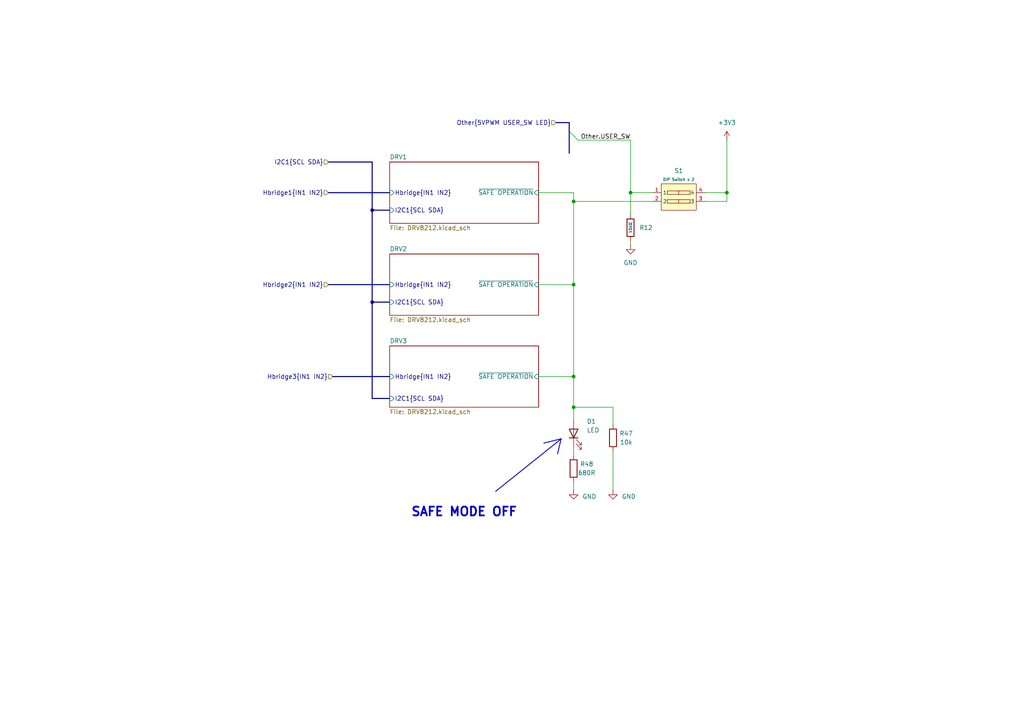
<source format=kicad_sch>
(kicad_sch (version 20231120) (generator "eeschema") (generator_version "8.0")
  (paper "A4")
  (title_block (title "Power section") (date "2025-02-04") (rev "A") (company "Artem Horiunov") (comment 1 "DESIGNED IN POLAND"))
  (lib_symbols
    (symbol "Device:LED" (pin_numbers hide) (pin_names (offset 1.016) hide)
      (property "Reference" "D" (at 0 2.54 0))
      (property "Value" "LED" (at 0 -2.54 0))
      (symbol "LED_0_1"
        (polyline (pts (xy -1.27 -1.27) (xy -1.27 1.27)) (stroke (width 0.254)))
        (polyline (pts (xy -1.27 0) (xy 1.27 0)))
        (polyline (pts (xy 1.27 -1.27) (xy 1.27 1.27) (xy -1.27 0) (xy 1.27 -1.27)) (stroke (width 0.254)))
        (polyline (pts (xy -3.048 -0.762) (xy -4.572 -2.286) (xy -3.81 -2.286) (xy -4.572 -2.286) (xy -4.572 -1.524)))
        (polyline (pts (xy -1.778 -0.762) (xy -3.302 -2.286) (xy -2.54 -2.286) (xy -3.302 -2.286) (xy -3.302 -1.524)))
      )
      (symbol "LED_1_1"
        (pin passive line (at -3.81 0 0) (length 2.54) (name "K") (number "1"))
        (pin passive line (at 3.81 0 180) (length 2.54) (name "A") (number "2"))
      )
    )
    (symbol "Device:R" (pin_numbers hide) (pin_names (offset 0))
      (property "Reference" "R" (at 2.032 0 90))
      (property "Value" "R" (at 0 0 90))
      (symbol "R_0_1"
        (rectangle (start -1.016 -2.54) (end 1.016 2.54) (stroke (width 0.254)))
      )
      (symbol "R_1_1"
        (pin passive line (at 0 3.81 270) (length 1.27) (name "~") (number "1"))
        (pin passive line (at 0 -3.81 90) (length 1.27) (name "~") (number "2"))
      )
    )
    (symbol "PCM_JLCPCB-Connectors_Buttons:DIP Switch x 2"
      (property "Reference" "S" (at 0 1.27 0))
      (property "Value" "DIP Switch x 2" (at 0 -3.81 0))
      (symbol "DIP Switch x 2_0_1"
        (rectangle (start -5.08 5.08) (end 5.08 -2.54) (fill (type background)))
        (polyline (pts (xy -3.302 -0.508) (xy -3.302 0.508)))
        (polyline (pts (xy -3.302 0.508) (xy 3.302 0.508)))
        (polyline (pts (xy -3.302 2.032) (xy -3.302 3.048)))
        (polyline (pts (xy -3.302 3.048) (xy 3.302 3.048)))
        (polyline (pts (xy 0 0.508) (xy 0 -0.508)))
        (polyline (pts (xy 0 3.048) (xy 0 2.032)))
        (polyline (pts (xy 3.302 -0.508) (xy -3.302 -0.508)))
        (polyline (pts (xy 3.302 0.508) (xy 3.302 -0.508)))
        (polyline (pts (xy 3.302 2.032) (xy -3.302 2.032)))
        (polyline (pts (xy 3.302 3.048) (xy 3.302 2.032)))
        (pin input line (at -7.62 2.54 0) (length 2.54) (name "1") (number "1"))
        (pin input line (at -7.62 0 0) (length 2.54) (name "2") (number "2"))
        (pin input line (at 7.62 0 180) (length 2.54) (name "3") (number "3"))
        (pin input line (at 7.62 2.54 180) (length 2.54) (name "4") (number "4"))
      )
    )
    (symbol "PCM_JLCPCB-Resistors:0402,10kΩ" (pin_numbers hide) (pin_names (offset 0))
      (property "Reference" "R" (at 1.778 0 0))
      (property "Value" "10kΩ" (at 0 0 90))
      (symbol "0402,10kΩ_0_1"
        (rectangle (start -1.016 2.54) (end 1.016 -2.54) (stroke (width 0.254)))
      )
      (symbol "0402,10kΩ_1_1"
        (pin passive line (at 0 3.81 270) (length 1.27) (name "~") (number "1"))
        (pin passive line (at 0 -3.81 90) (length 1.27) (name "~") (number "2"))
      )
    )
    (symbol "power:+3V3" (power) (pin_numbers hide) (pin_names (offset 0) hide)
      (property "Value" "+3V3" (at 0 3.556 0))
      (symbol "+3V3_0_1"
        (polyline (pts (xy -0.762 1.27) (xy 0 2.54)))
        (polyline (pts (xy 0 0) (xy 0 2.54)))
        (polyline (pts (xy 0 2.54) (xy 0.762 1.27)))
      )
      (symbol "+3V3_1_1"
        (pin power_in line (at 0 0 90) (length 0) (name "~") (number "1"))
      )
    )
    (symbol "power:GND" (power) (pin_numbers hide) (pin_names (offset 0) hide)
      (property "Value" "GND" (at 0 -3.81 0))
      (symbol "GND_0_1"
        (polyline (pts (xy 0 0) (xy 0 -1.27) (xy 1.27 -1.27) (xy 0 -2.54) (xy -1.27 -1.27) (xy 0 -1.27)))
      )
      (symbol "GND_1_1"
        (pin power_in line (at 0 0 270) (length 0) (name "~") (number "1"))
      )
    )
  )
  (junction (at 166.37 82.55))
  (junction (at 182.88 55.88))
  (junction (at 166.37 118.11))
  (junction (at 210.82 55.88))
  (junction (at 107.95 87.63))
  (junction (at 166.37 109.22))
  (junction (at 107.95 60.96))
  (junction (at 166.37 58.42))
  (bus_entry (at 165.1 38.1) (size 2.54 2.54))
  (wire (pts (xy 166.37 139.7) (xy 166.37 142.24)))
  (wire (pts (xy 210.82 55.88) (xy 210.82 58.42)))
  (wire (pts (xy 156.21 109.22) (xy 166.37 109.22)))
  (polyline (pts (xy 162.7539 127.2722) (xy 161.7086 131.6434)) (stroke (width 0.254)))
  (wire (pts (xy 204.47 58.42) (xy 210.82 58.42)))
  (wire (pts (xy 166.37 58.42) (xy 166.37 82.55)))
  (wire (pts (xy 182.88 40.64) (xy 167.64 40.64)))
  (wire (pts (xy 204.47 55.88) (xy 210.82 55.88)))
  (wire (pts (xy 182.88 62.23) (xy 182.88 55.88)))
  (polyline (pts (xy 143.764 142.494) (xy 162.814 127.254)) (stroke (width 0.254)))
  (wire (pts (xy 182.88 69.85) (xy 182.88 71.12)))
  (wire (pts (xy 166.37 109.22) (xy 166.37 118.11)))
  (wire (pts (xy 166.37 118.11) (xy 166.37 121.92)))
  (wire (pts (xy 166.37 82.55) (xy 156.21 82.55)))
  (bus (pts (xy 95.25 46.99) (xy 107.95 46.99)))
  (bus (pts (xy 95.25 55.88) (xy 113.03 55.88)))
  (polyline (pts (xy 157.734 128.524) (xy 162.814 127.254)) (stroke (width 0.254)))
  (wire (pts (xy 166.37 55.88) (xy 156.21 55.88)))
  (wire (pts (xy 177.8 130.81) (xy 177.8 142.24)))
  (wire (pts (xy 189.23 58.42) (xy 166.37 58.42)))
  (bus (pts (xy 107.95 60.96) (xy 107.95 87.63)))
  (bus (pts (xy 161.29 35.56) (xy 165.1 35.56)))
  (bus (pts (xy 165.1 35.56) (xy 165.1 38.1)))
  (wire (pts (xy 166.37 109.22) (xy 166.37 82.55)))
  (wire (pts (xy 182.88 55.88) (xy 189.23 55.88)))
  (bus (pts (xy 107.95 87.63) (xy 107.95 115.57)))
  (wire (pts (xy 182.88 55.88) (xy 182.88 40.64)))
  (bus (pts (xy 107.95 115.57) (xy 113.03 115.57)))
  (bus (pts (xy 107.95 87.63) (xy 113.03 87.63)))
  (bus (pts (xy 95.25 82.55) (xy 113.03 82.55)))
  (wire (pts (xy 210.82 40.64) (xy 210.82 55.88)))
  (bus (pts (xy 96.52 109.22) (xy 113.03 109.22)))
  (bus (pts (xy 107.95 60.96) (xy 113.03 60.96)))
  (wire (pts (xy 177.8 118.11) (xy 166.37 118.11)))
  (wire (pts (xy 177.8 123.19) (xy 177.8 118.11)))
  (bus (pts (xy 165.1 38.1) (xy 165.1 44.45)))
  (wire (pts (xy 166.37 55.88) (xy 166.37 58.42)))
  (wire (pts (xy 166.37 129.54) (xy 166.37 132.08)))
  (bus (pts (xy 107.95 46.99) (xy 107.95 60.96)))
  (text "SAFE MODE OFF" (at 134.62 148.59 0) (effects (font (size 2.54 2.54) (bold yes))))
  (label "Other.USER_SW" (at 182.88 40.64 180))
  (hierarchical_label "I2C1{SCL SDA}" (shape input) (at 95.25 46.99 180))
  (hierarchical_label "Hbridge2{IN1 IN2}" (shape input) (at 95.25 82.55 180))
  (hierarchical_label "Hbridge3{IN1 IN2}" (shape input) (at 96.52 109.22 180))
  (hierarchical_label "Other{5VPWM USER_SW LED}" (shape input) (at 161.29 35.56 180))
  (hierarchical_label "Hbridge1{IN1 IN2}" (shape input) (at 95.25 55.88 180))
  (symbol (lib_id "power:GND") (at 166.37 142.24 0) (unit 1)
    (property "Reference" "#PWR0165" (effects (hide yes)))
    (property "Value" "GND" (at 170.942 144.018 0))
    (property "Description" "Power symbol creates a global label with name \"GND\" , ground" (effects (hide yes)))
  )
  (symbol (lib_id "Device:LED") (at 166.37 125.73 90) (unit 1)
    (property "Reference" "D1" (at 170.18 122.2375 90) (effects (justify right)))
    (property "Value" "LED" (at 170.18 124.7775 90) (effects (justify right)))
    (property "Footprint" "LED_SMD:LED_0603_1608Metric" (effects (hide yes)))
    (property "Description" "Light emitting diode" (effects (hide yes)))
  )
  (symbol (lib_id "power:GND") (at 182.88 71.12 0) (unit 1)
    (property "Reference" "#PWR034" (effects (hide yes)))
    (property "Value" "GND" (at 182.88 76.2 0))
    (property "Description" "Power symbol creates a global label with name \"GND\" , ground" (effects (hide yes)))
  )
  (symbol (lib_id "power:+3V3") (at 210.82 40.64 0) (unit 1)
    (property "Reference" "#PWR0149" (effects (hide yes)))
    (property "Value" "+3V3" (at 210.82 35.56 0))
    (property "Description" "Power symbol creates a global label with name \"+3V3\"" (effects (hide yes)))
  )
  (symbol (lib_id "PCM_JLCPCB-Resistors:0402,10kΩ") (at 182.88 66.04 0) (unit 1)
    (property "Reference" "R12" (at 185.42 66.04 0) (effects (justify left)))
    (property "Value" "10kΩ" (at 182.88 66.04 90) (effects (font (size 0.8 0.8))))
    (property "Footprint" "PCM_JLCPCB:R_0402" (effects (hide yes)))
    (property "Datasheet" "https://www.lcsc.com/datasheet/lcsc_datasheet_2411221126_UNI-ROYAL-Uniroyal-Elec-0402WGF1002TCE_C25744.pdf" (effects (hide yes)))
    (property "Description" "62.5mW Thick Film Resistors 50V ±100ppm/°C ±1% 10kΩ 0402 Chip Resistor - Surface Mount ROHS" (effects (hide yes)))
    (property "LCSC" "C25744" (effects (hide yes)))
    (property "Stock" "6666349" (effects (hide yes)))
    (property "Price" "0.004USD" (effects (hide yes)))
    (property "Process" "SMT" (effects (hide yes)))
    (property "Minimum Qty" "5" (effects (hide yes)))
    (property "Attrition Qty" "0" (effects (hide yes)))
    (property "Class" "Basic Component" (effects (hide yes)))
    (property "Category" "Resistors,Chip Resistor - Surface Mount" (effects (hide yes)))
    (property "Manufacturer" "UNI-ROYAL(Uniroyal Elec)" (effects (hide yes)))
    (property "Part" "0402WGF1002TCE" (effects (hide yes)))
    (property "Resistance" "10kΩ" (effects (hide yes)))
    (property "Power(Watts)" "62.5mW" (effects (hide yes)))
    (property "Type" "Thick Film Resistors" (effects (hide yes)))
    (property "Overload Voltage (Max)" "50V" (effects (hide yes)))
    (property "Operating Temperature Range" "-55°C~+155°C" (effects (hide yes)))
    (property "Tolerance" "±1%" (effects (hide yes)))
    (property "Temperature Coefficient" "±100ppm/°C" (effects (hide yes)))
  )
  (symbol (lib_id "Device:R") (at 177.8 127 0) (unit 1)
    (property "Reference" "R47" (at 181.61 125.73 0))
    (property "Value" "10k" (at 181.61 128.27 0))
    (property "Footprint" "Resistor_SMD:R_0402_1005Metric" (effects (hide yes)))
  )
  (symbol (lib_id "power:GND") (at 177.8 142.24 0) (unit 1)
    (property "Reference" "#PWR0166" (effects (hide yes)))
    (property "Value" "GND" (at 182.372 144.018 0))
    (property "Description" "Power symbol creates a global label with name \"GND\" , ground" (effects (hide yes)))
  )
  (symbol (lib_id "PCM_JLCPCB-Connectors_Buttons:DIP Switch x 2") (at 196.85 58.42 0) (unit 1)
    (property "Reference" "S1" (at 196.85 49.53 0))
    (property "Value" "DIP Switch x 2" (at 196.85 52.07 0) (effects (font (size 0.8 0.8))))
    (property "Footprint" "PCM_JLCPCB:SW-SMD_218-2LPSTRF" (effects (hide yes)))
    (property "Datasheet" "https://wmsc.lcsc.com/wmsc/upload/file/pdf/v2/lcsc/2201251530_CTS-Electronic-Components-218-2LPSTR_C2961921.pdf" (effects (hide yes)))
    (property "Description" "2 positions SPST 24V 25mA SMD-4P,3.7x5.8mm DIP Switches ROHS" (effects (hide yes)))
    (property "LCSC" "C2961921" (effects (hide yes)))
    (property "Stock" "372" (effects (hide yes)))
    (property "Price" "0.863USD" (effects (hide yes)))
    (property "Process" "SMT" (effects (hide yes)))
    (property "Minimum Qty" "1" (effects (hide yes)))
    (property "Attrition Qty" "0" (effects (hide yes)))
    (property "Class" "Preferred Component" (effects (hide yes)))
    (property "Category" "Key/Switch,DIP Switches" (effects (hide yes)))
    (property "Manufacturer" "CTS Electronic Components" (effects (hide yes)))
    (property "Part" "218-2LPSTR" (effects (hide yes)))
    (property "Lead Pitch" "2.54mm" (effects (hide yes)))
    (property "Circuit" "SPST" (effects (hide yes)))
    (property "Current Rating" "25mA" (effects (hide yes)))
    (property "Pin Style" "Solder Lug" (effects (hide yes)))
    (property "Voltage Rating" "24V" (effects (hide yes)))
    (property "Number Of Positions" "2Bit" (effects (hide yes)))
    (property "Operating Temperature" "-55°C~+85°C" (effects (hide yes)))
  )
  (symbol (lib_id "Device:R") (at 166.37 135.89 0) (unit 1)
    (property "Reference" "R48" (at 170.18 134.62 0))
    (property "Value" "680R" (at 170.18 137.16 0))
    (property "Footprint" "Resistor_SMD:R_0402_1005Metric" (effects (hide yes)))
  )
  (sheet (at 113.03 100.33) (size 43.18 17.78) (stroke (width 0.1524))
    (property "Sheetname" "DRV3" (at 113.03 99.6184 0) (effects (justify left bottom)))
    (property "Sheetfile" "DRV8212.kicad_sch" (at 113.03 118.6946 0) (effects (justify left top)))
    (pin "~{SAFE OPERATION}" input (at 156.21 109.22 0))
    (pin "I2C1{SCL SDA}" input (at 113.03 115.57 180))
    (pin "Hbridge{IN1 IN2}" input (at 113.03 109.22 180))
  )
  (sheet (at 113.03 46.99) (size 43.18 17.78) (stroke (width 0.1524))
    (property "Sheetname" "DRV1" (at 113.03 46.2784 0) (effects (justify left bottom)))
    (property "Sheetfile" "DRV8212.kicad_sch" (at 113.03 65.3546 0) (effects (justify left top)))
    (pin "~{SAFE OPERATION}" input (at 156.21 55.88 0))
    (pin "I2C1{SCL SDA}" input (at 113.03 60.96 180))
    (pin "Hbridge{IN1 IN2}" input (at 113.03 55.88 180))
  )
  (sheet (at 113.03 73.66) (size 43.18 17.78) (stroke (width 0.1524))
    (property "Sheetname" "DRV2" (at 113.03 72.9484 0) (effects (justify left bottom)))
    (property "Sheetfile" "DRV8212.kicad_sch" (at 113.03 92.0246 0) (effects (justify left top)))
    (pin "~{SAFE OPERATION}" input (at 156.21 82.55 0))
    (pin "I2C1{SCL SDA}" input (at 113.03 87.63 180))
    (pin "Hbridge{IN1 IN2}" input (at 113.03 82.55 180))
  )
)
</source>
